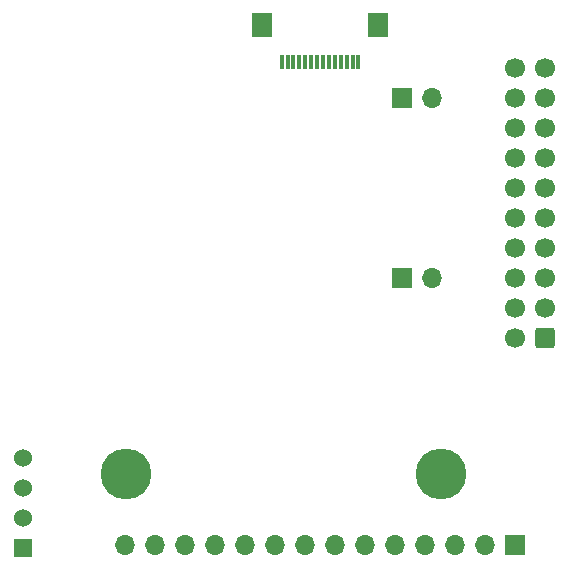
<source format=gbr>
%TF.GenerationSoftware,KiCad,Pcbnew,7.0.9*%
%TF.CreationDate,2023-12-06T16:13:21+01:00*%
%TF.ProjectId,E-paper adapter board,452d7061-7065-4722-9061-646170746572,rev?*%
%TF.SameCoordinates,Original*%
%TF.FileFunction,Soldermask,Top*%
%TF.FilePolarity,Negative*%
%FSLAX46Y46*%
G04 Gerber Fmt 4.6, Leading zero omitted, Abs format (unit mm)*
G04 Created by KiCad (PCBNEW 7.0.9) date 2023-12-06 16:13:21*
%MOMM*%
%LPD*%
G01*
G04 APERTURE LIST*
G04 Aperture macros list*
%AMRoundRect*
0 Rectangle with rounded corners*
0 $1 Rounding radius*
0 $2 $3 $4 $5 $6 $7 $8 $9 X,Y pos of 4 corners*
0 Add a 4 corners polygon primitive as box body*
4,1,4,$2,$3,$4,$5,$6,$7,$8,$9,$2,$3,0*
0 Add four circle primitives for the rounded corners*
1,1,$1+$1,$2,$3*
1,1,$1+$1,$4,$5*
1,1,$1+$1,$6,$7*
1,1,$1+$1,$8,$9*
0 Add four rect primitives between the rounded corners*
20,1,$1+$1,$2,$3,$4,$5,0*
20,1,$1+$1,$4,$5,$6,$7,0*
20,1,$1+$1,$6,$7,$8,$9,0*
20,1,$1+$1,$8,$9,$2,$3,0*%
G04 Aperture macros list end*
%ADD10C,4.300000*%
%ADD11RoundRect,0.250000X0.600000X0.600000X-0.600000X0.600000X-0.600000X-0.600000X0.600000X-0.600000X0*%
%ADD12C,1.700000*%
%ADD13O,1.700000X1.700000*%
%ADD14R,1.700000X1.700000*%
%ADD15R,1.524000X1.524000*%
%ADD16C,1.524000*%
%ADD17R,0.300000X1.200000*%
%ADD18R,1.800000X2.000000*%
G04 APERTURE END LIST*
D10*
%TO.C,H2*%
X123100000Y-141000000D03*
%TD*%
%TO.C,H1*%
X149700000Y-141000000D03*
%TD*%
D11*
%TO.C,J3*%
X158540000Y-129540000D03*
D12*
X156000000Y-129540000D03*
X158540000Y-127000000D03*
X156000000Y-127000000D03*
X158540000Y-124460000D03*
X156000000Y-124460000D03*
X158540000Y-121920000D03*
X156000000Y-121920000D03*
X158540000Y-119380000D03*
X156000000Y-119380000D03*
X158540000Y-116840000D03*
X156000000Y-116840000D03*
X158540000Y-114300000D03*
X156000000Y-114300000D03*
X158540000Y-111760000D03*
X156000000Y-111760000D03*
X158540000Y-109220000D03*
X156000000Y-109220000D03*
X158540000Y-106680000D03*
X156000000Y-106680000D03*
%TD*%
D13*
%TO.C,JP1*%
X149000000Y-109220000D03*
D14*
X146460000Y-109220000D03*
%TD*%
D15*
%TO.C,J4*%
X114300000Y-147320000D03*
D16*
X114300000Y-144780000D03*
X114300000Y-142240000D03*
X114300000Y-139700000D03*
%TD*%
D17*
%TO.C,J1*%
X136240000Y-106150000D03*
X136740000Y-106150000D03*
X137240000Y-106150000D03*
X137740000Y-106150000D03*
X138240000Y-106150000D03*
X138740000Y-106150000D03*
X139240000Y-106150000D03*
X139740000Y-106150000D03*
X140240000Y-106150000D03*
X140740000Y-106150000D03*
X141240000Y-106150000D03*
X141740000Y-106150000D03*
X142240000Y-106150000D03*
X142740000Y-106150000D03*
D18*
X134590000Y-103000000D03*
X144390000Y-103000000D03*
%TD*%
D14*
%TO.C,J5*%
X156010000Y-147000000D03*
D13*
X153470000Y-147000000D03*
X150930000Y-147000000D03*
X148390000Y-147000000D03*
X145850000Y-147000000D03*
X143310000Y-147000000D03*
X140770000Y-147000000D03*
X138230000Y-147000000D03*
X135690000Y-147000000D03*
X133150000Y-147000000D03*
X130610000Y-147000000D03*
X128070000Y-147000000D03*
X125530000Y-147000000D03*
X122990000Y-147000000D03*
%TD*%
D14*
%TO.C,JP2*%
X146460000Y-124460000D03*
D13*
X149000000Y-124460000D03*
%TD*%
M02*

</source>
